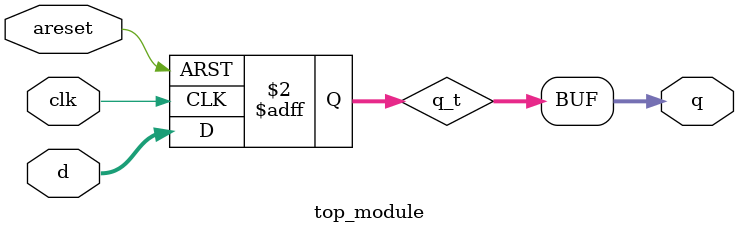
<source format=v>
module top_module (
    input clk,
    input areset,   // active high asynchronous reset
    input [7:0] d,
    output [7:0] q
);
    reg [7:0] q_t;
    
    always @(posedge clk or posedge areset) begin
        if (areset) begin
           q_t <= 8'h00; 
        end else begin 
           q_t <= d; 
        end
    end
    
    assign q = q_t;

endmodule

</source>
